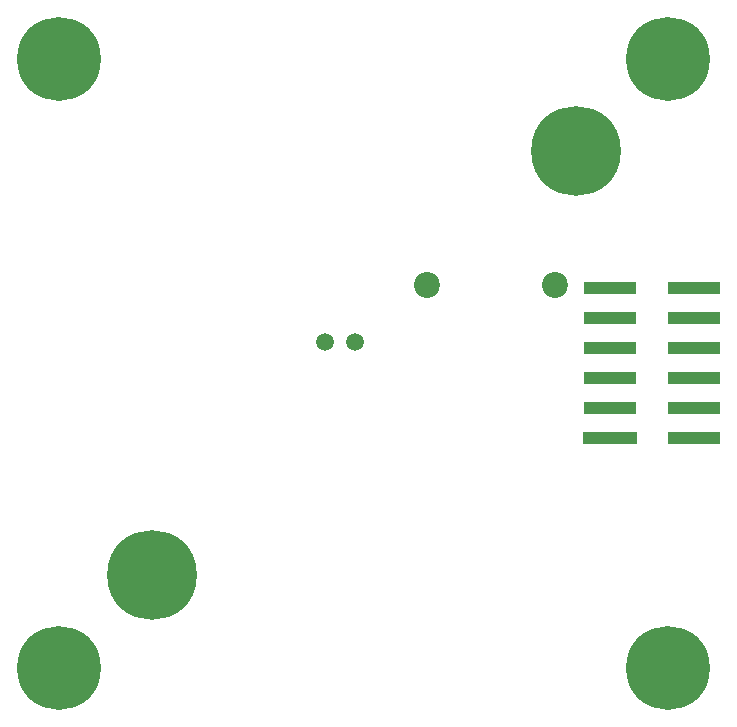
<source format=gbr>
%TF.GenerationSoftware,Altium Limited,Altium Designer,24.2.2 (26)*%
G04 Layer_Color=16711935*
%FSLAX45Y45*%
%MOMM*%
%TF.SameCoordinates,B44B2995-802D-4FBC-A6AD-B2E30319FF36*%
%TF.FilePolarity,Negative*%
%TF.FileFunction,Soldermask,Bot*%
%TF.Part,Single*%
G01*
G75*
%TA.AperFunction,ViaPad*%
%ADD82C,7.10000*%
%TA.AperFunction,ComponentPad*%
%ADD83C,2.19998*%
%ADD84C,1.49997*%
%TA.AperFunction,ViaPad*%
%ADD86C,7.60000*%
%TA.AperFunction,SMDPad,CuDef*%
%ADD87R,4.42000X1.10000*%
%ADD88R,4.60000X1.10000*%
D82*
X596900Y5753100D02*
D03*
Y596900D02*
D03*
X5753100Y5753100D02*
D03*
Y596900D02*
D03*
D83*
X3704420Y3840480D02*
D03*
X4794420D02*
D03*
D84*
X2847340Y3355340D02*
D03*
X3101340D02*
D03*
D86*
X4971059Y4971059D02*
D03*
X1378941Y1378941D02*
D03*
D87*
X5965400Y2540000D02*
D03*
Y2794000D02*
D03*
Y3048000D02*
D03*
Y3302000D02*
D03*
Y3556000D02*
D03*
Y3810000D02*
D03*
X5261400D02*
D03*
Y3556000D02*
D03*
Y3302000D02*
D03*
Y3048000D02*
D03*
Y2794000D02*
D03*
D88*
Y2540000D02*
D03*
%TF.MD5,7880fdf492ca7497c4af506a30314c27*%
M02*

</source>
